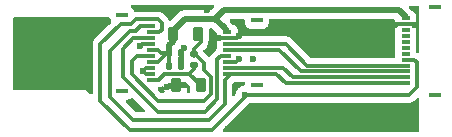
<source format=gbr>
%TF.GenerationSoftware,KiCad,Pcbnew,8.0.6*%
%TF.CreationDate,2024-11-15T14:11:30+01:00*%
%TF.ProjectId,PA3194G822_R05,50413331-3934-4473-9832-325f5230352e,3*%
%TF.SameCoordinates,Original*%
%TF.FileFunction,Copper,L1,Top*%
%TF.FilePolarity,Positive*%
%FSLAX46Y46*%
G04 Gerber Fmt 4.6, Leading zero omitted, Abs format (unit mm)*
G04 Created by KiCad (PCBNEW 8.0.6) date 2024-11-15 14:11:30*
%MOMM*%
%LPD*%
G01*
G04 APERTURE LIST*
G04 Aperture macros list*
%AMRoundRect*
0 Rectangle with rounded corners*
0 $1 Rounding radius*
0 $2 $3 $4 $5 $6 $7 $8 $9 X,Y pos of 4 corners*
0 Add a 4 corners polygon primitive as box body*
4,1,4,$2,$3,$4,$5,$6,$7,$8,$9,$2,$3,0*
0 Add four circle primitives for the rounded corners*
1,1,$1+$1,$2,$3*
1,1,$1+$1,$4,$5*
1,1,$1+$1,$6,$7*
1,1,$1+$1,$8,$9*
0 Add four rect primitives between the rounded corners*
20,1,$1+$1,$2,$3,$4,$5,0*
20,1,$1+$1,$4,$5,$6,$7,0*
20,1,$1+$1,$6,$7,$8,$9,0*
20,1,$1+$1,$8,$9,$2,$3,0*%
G04 Aperture macros list end*
%TA.AperFunction,SMDPad,CuDef*%
%ADD10RoundRect,0.140000X-0.140000X-0.170000X0.140000X-0.170000X0.140000X0.170000X-0.140000X0.170000X0*%
%TD*%
%TA.AperFunction,SMDPad,CuDef*%
%ADD11R,0.800000X0.300000*%
%TD*%
%TA.AperFunction,SMDPad,CuDef*%
%ADD12R,1.000000X0.400000*%
%TD*%
%TA.AperFunction,SMDPad,CuDef*%
%ADD13RoundRect,0.140000X0.170000X-0.140000X0.170000X0.140000X-0.170000X0.140000X-0.170000X-0.140000X0*%
%TD*%
%TA.AperFunction,SMDPad,CuDef*%
%ADD14RoundRect,0.218750X-0.218750X-0.381250X0.218750X-0.381250X0.218750X0.381250X-0.218750X0.381250X0*%
%TD*%
%TA.AperFunction,SMDPad,CuDef*%
%ADD15RoundRect,0.218750X0.218750X0.381250X-0.218750X0.381250X-0.218750X-0.381250X0.218750X-0.381250X0*%
%TD*%
%TA.AperFunction,ViaPad*%
%ADD16C,0.600000*%
%TD*%
%TA.AperFunction,Conductor*%
%ADD17C,0.300000*%
%TD*%
%TA.AperFunction,Conductor*%
%ADD18C,0.500000*%
%TD*%
G04 APERTURE END LIST*
D10*
%TO.P,C2,1*%
%TO.N,/VDD*%
X117785000Y-101100000D03*
%TO.P,C2,2*%
%TO.N,GND*%
X118745000Y-101100000D03*
%TD*%
D11*
%TO.P,J2,1,Pin_1*%
%TO.N,/SPI_CLK*%
X137775000Y-102570000D03*
%TO.P,J2,2,Pin_2*%
%TO.N,/SPI_SDO*%
X137775000Y-102070000D03*
%TO.P,J2,3,Pin_3*%
%TO.N,/SPI_TPAD_CS*%
X137775000Y-101570000D03*
%TO.P,J2,4,Pin_4*%
%TO.N,/TPAD_DR*%
X137775000Y-101070000D03*
%TO.P,J2,5,Pin_5*%
%TO.N,/SPI_SDI*%
X137775000Y-100570000D03*
%TO.P,J2,6,Pin_6*%
%TO.N,unconnected-(J2-Pin_6-Pad6)*%
X137775000Y-100070000D03*
%TO.P,J2,7,Pin_7*%
%TO.N,unconnected-(J2-Pin_7-Pad7)*%
X137775000Y-99570000D03*
%TO.P,J2,8,Pin_8*%
%TO.N,unconnected-(J2-Pin_8-Pad8)*%
X137775000Y-99070000D03*
%TO.P,J2,9,Pin_9*%
%TO.N,unconnected-(J2-Pin_9-Pad9)*%
X137775000Y-98570000D03*
%TO.P,J2,10,Pin_10*%
%TO.N,unconnected-(J2-Pin_10-Pad10)*%
X137775000Y-98070000D03*
%TO.P,J2,11,Pin_11*%
%TO.N,GND*%
X137775000Y-97570000D03*
%TO.P,J2,12,Pin_12*%
%TO.N,/VDD*%
X137775000Y-97070000D03*
D12*
%TO.P,J2,MP*%
%TO.N,N/C*%
X140275000Y-103570000D03*
X140275000Y-96070000D03*
%TD*%
D11*
%TO.P,J1,1,Pin_1*%
%TO.N,/SPI_CLK*%
X122675000Y-101750000D03*
%TO.P,J1,2,Pin_2*%
%TO.N,/SPI_SDO*%
X122675000Y-101250000D03*
%TO.P,J1,3,Pin_3*%
%TO.N,/SPI_SDI*%
X122675000Y-100750000D03*
%TO.P,J1,4,Pin_4*%
%TO.N,/SPI_LCD_CS*%
X122675000Y-100250000D03*
%TO.P,J1,5,Pin_5*%
%TO.N,/SPI_TPAD_CS*%
X122675000Y-99750000D03*
%TO.P,J1,6,Pin_6*%
%TO.N,/TPAD_DR*%
X122675000Y-99250000D03*
%TO.P,J1,7,Pin_7*%
%TO.N,GND*%
X122675000Y-98750000D03*
%TO.P,J1,8,Pin_8*%
%TO.N,/VDD*%
X122675000Y-98250000D03*
D12*
%TO.P,J1,MP*%
%TO.N,N/C*%
X125175000Y-102750000D03*
X125175000Y-97250000D03*
%TD*%
D13*
%TO.P,C1,1*%
%TO.N,/VSSA*%
X119840000Y-101055000D03*
%TO.P,C1,2*%
%TO.N,/VDDA*%
X119840000Y-100095000D03*
%TD*%
D14*
%TO.P,FB1,1*%
%TO.N,/VDD*%
X118077500Y-98375000D03*
%TO.P,FB1,2*%
%TO.N,/VDDA*%
X120202500Y-98375000D03*
%TD*%
D11*
%TO.P,J3,1,Pin_1*%
%TO.N,/SPI_CLK*%
X116265000Y-97750000D03*
%TO.P,J3,2,Pin_2*%
%TO.N,/SPI_SDI*%
X116265000Y-98250000D03*
%TO.P,J3,3,Pin_3*%
%TO.N,/SPI_LCD_CS*%
X116265000Y-98750000D03*
%TO.P,J3,4,Pin_4*%
%TO.N,GND*%
X116265000Y-99250000D03*
%TO.P,J3,5,Pin_5*%
%TO.N,/VDD*%
X116265000Y-99750000D03*
%TO.P,J3,6,Pin_6*%
%TO.N,/VDDA*%
X116265000Y-100250000D03*
%TO.P,J3,7,Pin_7*%
%TO.N,/VDD*%
X116265000Y-100750000D03*
%TO.P,J3,8,Pin_8*%
%TO.N,GND*%
X116265000Y-101250000D03*
%TO.P,J3,9,Pin_9*%
X116265000Y-101750000D03*
%TO.P,J3,10,Pin_10*%
%TO.N,/VSSA*%
X116265000Y-102250000D03*
D12*
%TO.P,J3,MP*%
%TO.N,N/C*%
X113765000Y-96750000D03*
X113765000Y-103250000D03*
%TD*%
D15*
%TO.P,FB2,1*%
%TO.N,/VSSA*%
X120427500Y-102750000D03*
%TO.P,FB2,2*%
%TO.N,GND*%
X118302500Y-102750000D03*
%TD*%
D10*
%TO.P,C3,1*%
%TO.N,/VDD*%
X117785000Y-100000000D03*
%TO.P,C3,2*%
%TO.N,GND*%
X118745000Y-100000000D03*
%TD*%
D16*
%TO.N,GND*%
X109020000Y-100390000D03*
X108480000Y-102830000D03*
X111090000Y-102880000D03*
X105820000Y-100460000D03*
X112570000Y-97350000D03*
X109110000Y-97330000D03*
X105640000Y-97400000D03*
X105620000Y-102830000D03*
X124840000Y-100490000D03*
X136900000Y-97600000D03*
X122710000Y-106420000D03*
X119015000Y-99580000D03*
X115290000Y-99420000D03*
X123320000Y-102940000D03*
X115040000Y-96280000D03*
X132950000Y-100040000D03*
X121980000Y-98740000D03*
X120930000Y-96330000D03*
X138630000Y-106340000D03*
X114500000Y-104120000D03*
X130110000Y-97490000D03*
X117580000Y-102890000D03*
X127000000Y-105000000D03*
X115560000Y-101490000D03*
X123660000Y-98560000D03*
X131650000Y-106480000D03*
X138600000Y-97600000D03*
%TO.N,/SPI_SDI*%
X123680000Y-100520000D03*
X124170000Y-103560000D03*
%TD*%
D17*
%TO.N,/VDDA*%
X120700000Y-101430000D02*
X120700000Y-100880000D01*
X120427500Y-99067500D02*
X120427500Y-98530000D01*
X119840000Y-100225000D02*
X119840000Y-99655000D01*
X116265000Y-100250000D02*
X115020000Y-100250000D01*
X121315000Y-103455000D02*
X121315000Y-102045000D01*
X116835000Y-104055000D02*
X120715000Y-104055000D01*
X119915000Y-100095000D02*
X119840000Y-100095000D01*
X119840000Y-99655000D02*
X120427500Y-99067500D01*
X121315000Y-102045000D02*
X120700000Y-101430000D01*
X120715000Y-104055000D02*
X121315000Y-103455000D01*
X114600000Y-101820000D02*
X116835000Y-104055000D01*
X120700000Y-100880000D02*
X119915000Y-100095000D01*
X115020000Y-100250000D02*
X114600000Y-100670000D01*
X114600000Y-100670000D02*
X114600000Y-101820000D01*
%TO.N,/VSSA*%
X119840000Y-101367500D02*
X119483750Y-101723750D01*
X119407500Y-101800000D02*
X119483750Y-101723750D01*
X116265000Y-102250000D02*
X116910000Y-102250000D01*
X117360000Y-101800000D02*
X119407500Y-101800000D01*
X116910000Y-102250000D02*
X117360000Y-101800000D01*
X119407500Y-101800000D02*
X119477500Y-101800000D01*
X119477500Y-101800000D02*
X120427500Y-102750000D01*
X119840000Y-101185000D02*
X119840000Y-101367500D01*
%TO.N,GND*%
X117595000Y-102905000D02*
X117580000Y-102890000D01*
X118745000Y-99850000D02*
X119015000Y-99580000D01*
X122675000Y-98750000D02*
X121990000Y-98750000D01*
X116265000Y-101750000D02*
X115820000Y-101750000D01*
X116265000Y-99250000D02*
X115460000Y-99250000D01*
X116265000Y-101250000D02*
X115800000Y-101250000D01*
X118745000Y-99960000D02*
X118745000Y-100180000D01*
X138570000Y-97570000D02*
X138600000Y-97600000D01*
X118077500Y-103067500D02*
X118077500Y-102905000D01*
X118745000Y-99960000D02*
X118745000Y-99850000D01*
X115800000Y-101250000D02*
X115560000Y-101490000D01*
X115820000Y-101750000D02*
X115560000Y-101490000D01*
X117690000Y-102905000D02*
X117595000Y-102905000D01*
X121990000Y-98750000D02*
X121980000Y-98740000D01*
X118302500Y-102750000D02*
X117720000Y-102750000D01*
X117690000Y-102905000D02*
X118077500Y-102905000D01*
X117720000Y-102750000D02*
X117580000Y-102890000D01*
X136930000Y-97570000D02*
X136900000Y-97600000D01*
X118745000Y-100000000D02*
X118745000Y-101100000D01*
X115460000Y-99250000D02*
X115290000Y-99420000D01*
X137775000Y-97570000D02*
X136930000Y-97570000D01*
X137775000Y-97570000D02*
X138570000Y-97570000D01*
X123470000Y-98750000D02*
X123660000Y-98560000D01*
X122675000Y-98750000D02*
X123470000Y-98750000D01*
%TO.N,/VDD*%
X116820000Y-100750000D02*
X117570000Y-100000000D01*
D18*
X118077500Y-98375000D02*
X118077500Y-98142500D01*
X121655000Y-97130000D02*
X122370000Y-97845000D01*
X121655000Y-97130000D02*
X122405000Y-96380000D01*
X119090000Y-97130000D02*
X121655000Y-97130000D01*
X117785000Y-100000000D02*
X117785000Y-99355000D01*
X122405000Y-96380000D02*
X137185000Y-96380000D01*
X137185000Y-96380000D02*
X137775000Y-96970000D01*
D17*
X116265000Y-100750000D02*
X116820000Y-100750000D01*
D18*
X118077500Y-99062500D02*
X118077500Y-98375000D01*
D17*
X116265000Y-99750000D02*
X116820000Y-99750000D01*
D18*
X117785000Y-99355000D02*
X118077500Y-99062500D01*
D17*
X117570000Y-100000000D02*
X117785000Y-100000000D01*
X116820000Y-99750000D02*
X117070000Y-100000000D01*
X117785000Y-101280000D02*
X117785000Y-100180000D01*
X117070000Y-100000000D02*
X117570000Y-100000000D01*
D18*
X122370000Y-97845000D02*
X122675000Y-98150000D01*
X118077500Y-98142500D02*
X119090000Y-97130000D01*
D17*
%TO.N,/SPI_TPAD_CS*%
X127100000Y-99750000D02*
X128920000Y-101570000D01*
X128920000Y-101570000D02*
X137775000Y-101570000D01*
X122675000Y-99750000D02*
X127100000Y-99750000D01*
%TO.N,/SPI_SDI*%
X137775000Y-100570000D02*
X138510000Y-100570000D01*
X114570000Y-97510000D02*
X113650000Y-97510000D01*
X114420000Y-106530000D02*
X121350000Y-106530000D01*
X138510000Y-100570000D02*
X138730000Y-100790000D01*
X124320000Y-103560000D02*
X138050000Y-103560000D01*
X122675000Y-100750000D02*
X123450000Y-100750000D01*
X114920000Y-97160000D02*
X114570000Y-97510000D01*
X117120000Y-97460000D02*
X116820000Y-97160000D01*
X116900000Y-98250000D02*
X117120000Y-98030000D01*
X138730000Y-102880000D02*
X138050000Y-103560000D01*
X117120000Y-98030000D02*
X117120000Y-97460000D01*
X121350000Y-106530000D02*
X124000000Y-103880000D01*
X124000000Y-103880000D02*
X124170000Y-103710000D01*
X113650000Y-97510000D02*
X111940000Y-99220000D01*
X116265000Y-98250000D02*
X116900000Y-98250000D01*
X138730000Y-100790000D02*
X138730000Y-102880000D01*
X111940000Y-104050000D02*
X114420000Y-106530000D01*
X116820000Y-97160000D02*
X114920000Y-97160000D01*
X111940000Y-99220000D02*
X111940000Y-104050000D01*
X124170000Y-103710000D02*
X124170000Y-103560000D01*
X124000000Y-103880000D02*
X124320000Y-103560000D01*
X123450000Y-100750000D02*
X123680000Y-100520000D01*
%TO.N,/SPI_CLK*%
X123010000Y-101770000D02*
X126840000Y-101770000D01*
X121110000Y-105690000D02*
X122460000Y-104340000D01*
X122460000Y-104340000D02*
X122460000Y-102320000D01*
X116265000Y-97750000D02*
X115330000Y-97750000D01*
X112740000Y-103720000D02*
X114710000Y-105690000D01*
X115330000Y-97750000D02*
X114980000Y-98100000D01*
X127640000Y-102570000D02*
X137775000Y-102570000D01*
X114710000Y-105690000D02*
X121110000Y-105690000D01*
X114980000Y-98100000D02*
X114440000Y-98100000D01*
X114440000Y-98100000D02*
X112740000Y-99800000D01*
X112740000Y-99800000D02*
X112740000Y-103720000D01*
X122460000Y-102320000D02*
X123010000Y-101770000D01*
X126840000Y-101770000D02*
X127640000Y-102570000D01*
%TO.N,/TPAD_DR*%
X122675000Y-99250000D02*
X127650000Y-99250000D01*
X127650000Y-99250000D02*
X129470000Y-101070000D01*
X129470000Y-101070000D02*
X137775000Y-101070000D01*
%TO.N,/SPI_LCD_CS*%
X116775000Y-104965000D02*
X120770000Y-104965000D01*
X116265000Y-98750000D02*
X114740000Y-98750000D01*
X121820000Y-103915000D02*
X121820000Y-100550000D01*
X114740000Y-98750000D02*
X113820000Y-99670000D01*
X113820000Y-102010000D02*
X116775000Y-104965000D01*
X122120000Y-100250000D02*
X122675000Y-100250000D01*
X121820000Y-100550000D02*
X122120000Y-100250000D01*
X113820000Y-99670000D02*
X113820000Y-102010000D01*
X120770000Y-104965000D02*
X121820000Y-103915000D01*
%TO.N,/SPI_SDO*%
X128260000Y-102070000D02*
X137775000Y-102070000D01*
X122675000Y-101250000D02*
X127440000Y-101250000D01*
X127440000Y-101250000D02*
X128260000Y-102070000D01*
%TD*%
%TA.AperFunction,Conductor*%
%TO.N,GND*%
G36*
X138857333Y-103775125D02*
G01*
X138913267Y-103816996D01*
X138937684Y-103882460D01*
X138938000Y-103891307D01*
X138938000Y-106556070D01*
X138918315Y-106623109D01*
X138865511Y-106668864D01*
X138814070Y-106680070D01*
X122409982Y-106689394D01*
X122342932Y-106669748D01*
X122297147Y-106616970D01*
X122287164Y-106547817D01*
X122316153Y-106484245D01*
X122322204Y-106477741D01*
X124495209Y-104304737D01*
X124516919Y-104287424D01*
X124519520Y-104285789D01*
X124519522Y-104285789D01*
X124562260Y-104258934D01*
X124609097Y-104229506D01*
X124675068Y-104210500D01*
X138114071Y-104210500D01*
X138198615Y-104193682D01*
X138239744Y-104185501D01*
X138358127Y-104136465D01*
X138360815Y-104134669D01*
X138464669Y-104065277D01*
X138726321Y-103803624D01*
X138787641Y-103770141D01*
X138857333Y-103775125D01*
G37*
%TD.AperFunction*%
%TA.AperFunction,Conductor*%
G36*
X114713190Y-103830239D02*
G01*
X114741445Y-103851391D01*
X115717873Y-104827819D01*
X115751358Y-104889142D01*
X115746374Y-104958834D01*
X115704502Y-105014767D01*
X115639038Y-105039184D01*
X115630192Y-105039500D01*
X115030808Y-105039500D01*
X114963769Y-105019815D01*
X114943127Y-105003181D01*
X114102126Y-104162180D01*
X114068641Y-104100857D01*
X114073625Y-104031165D01*
X114115497Y-103975232D01*
X114180961Y-103950815D01*
X114189807Y-103950499D01*
X114312871Y-103950499D01*
X114312872Y-103950499D01*
X114372483Y-103944091D01*
X114507331Y-103893796D01*
X114566431Y-103849554D01*
X114579453Y-103839806D01*
X114644917Y-103815388D01*
X114713190Y-103830239D01*
G37*
%TD.AperFunction*%
%TA.AperFunction,Conductor*%
G36*
X124117539Y-102440185D02*
G01*
X124163294Y-102492989D01*
X124174500Y-102544500D01*
X124174500Y-102643114D01*
X124154815Y-102710153D01*
X124102011Y-102755908D01*
X124064384Y-102766334D01*
X123990749Y-102774630D01*
X123990745Y-102774631D01*
X123820476Y-102834211D01*
X123667737Y-102930184D01*
X123540184Y-103057737D01*
X123444211Y-103210476D01*
X123384631Y-103380745D01*
X123384630Y-103380749D01*
X123364769Y-103557025D01*
X123337702Y-103621439D01*
X123329236Y-103630816D01*
X123322187Y-103637866D01*
X123260867Y-103671355D01*
X123191175Y-103666376D01*
X123135238Y-103624508D01*
X123110817Y-103559046D01*
X123110500Y-103550191D01*
X123110500Y-102640808D01*
X123130185Y-102573769D01*
X123146819Y-102553127D01*
X123243127Y-102456819D01*
X123304450Y-102423334D01*
X123330808Y-102420500D01*
X124050500Y-102420500D01*
X124117539Y-102440185D01*
G37*
%TD.AperFunction*%
%TA.AperFunction,Conductor*%
G36*
X112743138Y-97011118D02*
G01*
X112769235Y-97052995D01*
X112821202Y-97192328D01*
X112821204Y-97192331D01*
X112828450Y-97202011D01*
X112853788Y-97235857D01*
X112878206Y-97301321D01*
X112863355Y-97369594D01*
X112842203Y-97397850D01*
X111434727Y-98805325D01*
X111434724Y-98805328D01*
X111371137Y-98900493D01*
X111371138Y-98900494D01*
X111363533Y-98911875D01*
X111314499Y-99030255D01*
X111314497Y-99030261D01*
X111289500Y-99155928D01*
X111289500Y-103388662D01*
X111269815Y-103455701D01*
X111217011Y-103501456D01*
X111147853Y-103511400D01*
X111084297Y-103482375D01*
X111078017Y-103476541D01*
X110750000Y-103150000D01*
X110749997Y-103149999D01*
X104624131Y-103131794D01*
X104557151Y-103111911D01*
X104511553Y-103058971D01*
X104500500Y-103007795D01*
X104500500Y-97122592D01*
X104520185Y-97055553D01*
X104572989Y-97009798D01*
X104624205Y-96998593D01*
X112610000Y-96980000D01*
X112610003Y-96979996D01*
X112612966Y-96978986D01*
X112682770Y-96975941D01*
X112743138Y-97011118D01*
G37*
%TD.AperFunction*%
%TA.AperFunction,Conductor*%
G36*
X117325496Y-102860452D02*
G01*
X117361148Y-102920541D01*
X117365000Y-102951206D01*
X117365000Y-103179134D01*
X117365001Y-103179151D01*
X117374068Y-103267898D01*
X117361298Y-103336591D01*
X117313418Y-103387475D01*
X117250710Y-103404500D01*
X117155808Y-103404500D01*
X117088769Y-103384815D01*
X117068127Y-103368181D01*
X116812127Y-103112181D01*
X116778642Y-103050858D01*
X116783626Y-102981166D01*
X116825498Y-102925233D01*
X116890962Y-102900816D01*
X116899808Y-102900500D01*
X116974071Y-102900500D01*
X117097235Y-102876000D01*
X117099744Y-102875501D01*
X117193548Y-102836645D01*
X117263016Y-102829177D01*
X117325496Y-102860452D01*
G37*
%TD.AperFunction*%
%TA.AperFunction,Conductor*%
G36*
X119273231Y-102519685D02*
G01*
X119293873Y-102536319D01*
X119453181Y-102695627D01*
X119486666Y-102756950D01*
X119489500Y-102783308D01*
X119489500Y-103179183D01*
X119498564Y-103267898D01*
X119485795Y-103336590D01*
X119437914Y-103387475D01*
X119375206Y-103404500D01*
X119354291Y-103404500D01*
X119287252Y-103384815D01*
X119241497Y-103332011D01*
X119230933Y-103267898D01*
X119239999Y-103179152D01*
X119240000Y-103179137D01*
X119240000Y-103000000D01*
X118176500Y-103000000D01*
X118109461Y-102980315D01*
X118063706Y-102927511D01*
X118052500Y-102876000D01*
X118052500Y-102624000D01*
X118072185Y-102556961D01*
X118124989Y-102511206D01*
X118176500Y-102500000D01*
X119206192Y-102500000D01*
X119273231Y-102519685D01*
G37*
%TD.AperFunction*%
%TA.AperFunction,Conductor*%
G36*
X118938039Y-99769685D02*
G01*
X118983794Y-99822489D01*
X118995000Y-99874000D01*
X118995000Y-101025500D01*
X118975315Y-101092539D01*
X118922511Y-101138294D01*
X118871000Y-101149500D01*
X118689500Y-101149500D01*
X118622461Y-101129815D01*
X118576706Y-101077011D01*
X118565500Y-101025500D01*
X118565500Y-100865317D01*
X118565499Y-100865302D01*
X118564319Y-100850310D01*
X118562643Y-100829007D01*
X118532696Y-100725931D01*
X118517495Y-100673608D01*
X118517492Y-100673600D01*
X118512266Y-100664763D01*
X118495000Y-100601645D01*
X118495000Y-100498352D01*
X118512267Y-100435233D01*
X118517494Y-100426395D01*
X118525018Y-100400500D01*
X118562642Y-100270997D01*
X118562643Y-100270991D01*
X118562888Y-100267878D01*
X118565500Y-100234690D01*
X118565500Y-99874000D01*
X118585185Y-99806961D01*
X118637989Y-99761206D01*
X118689500Y-99750000D01*
X118871000Y-99750000D01*
X118938039Y-99769685D01*
G37*
%TD.AperFunction*%
%TA.AperFunction,Conductor*%
G36*
X124117539Y-97150185D02*
G01*
X124163294Y-97202989D01*
X124174500Y-97254499D01*
X124174500Y-97497869D01*
X124174501Y-97497876D01*
X124180908Y-97557483D01*
X124231202Y-97692328D01*
X124231206Y-97692335D01*
X124317452Y-97807544D01*
X124317455Y-97807547D01*
X124432664Y-97893793D01*
X124432671Y-97893797D01*
X124567517Y-97944091D01*
X124567516Y-97944091D01*
X124574444Y-97944835D01*
X124627127Y-97950500D01*
X125722872Y-97950499D01*
X125782483Y-97944091D01*
X125917331Y-97893796D01*
X126032546Y-97807546D01*
X126118796Y-97692331D01*
X126169091Y-97557483D01*
X126175500Y-97497873D01*
X126175499Y-97254499D01*
X126195183Y-97187461D01*
X126247987Y-97141706D01*
X126299499Y-97130500D01*
X136750501Y-97130500D01*
X136817540Y-97150185D01*
X136863295Y-97202989D01*
X136874501Y-97254500D01*
X136874501Y-97267881D01*
X136878931Y-97309093D01*
X136878931Y-97335596D01*
X136875000Y-97372165D01*
X136875000Y-97420000D01*
X136890611Y-97435611D01*
X136904484Y-97439685D01*
X136936713Y-97469690D01*
X136956176Y-97495690D01*
X136980592Y-97561155D01*
X136965740Y-97629428D01*
X136956176Y-97644310D01*
X136936713Y-97670310D01*
X136888890Y-97706109D01*
X136875000Y-97720000D01*
X136875000Y-97767832D01*
X136878931Y-97804399D01*
X136878931Y-97830905D01*
X136874500Y-97872122D01*
X136874500Y-98267869D01*
X136874501Y-98267878D01*
X136878679Y-98306745D01*
X136878679Y-98333250D01*
X136874500Y-98372122D01*
X136874500Y-98767869D01*
X136874501Y-98767878D01*
X136878679Y-98806745D01*
X136878679Y-98833250D01*
X136874500Y-98872122D01*
X136874500Y-99267869D01*
X136874501Y-99267878D01*
X136878679Y-99306745D01*
X136878679Y-99333250D01*
X136874500Y-99372122D01*
X136874500Y-99767869D01*
X136874501Y-99767878D01*
X136878679Y-99806745D01*
X136878679Y-99833250D01*
X136874500Y-99872122D01*
X136874500Y-100267869D01*
X136874501Y-100267878D01*
X136876046Y-100282248D01*
X136863638Y-100351007D01*
X136816027Y-100402143D01*
X136752756Y-100419500D01*
X129790808Y-100419500D01*
X129723769Y-100399815D01*
X129703127Y-100383181D01*
X128064674Y-98744727D01*
X128064673Y-98744726D01*
X127961352Y-98675690D01*
X127958127Y-98673535D01*
X127839744Y-98624499D01*
X127839738Y-98624497D01*
X127714071Y-98599500D01*
X127714069Y-98599500D01*
X123697244Y-98599500D01*
X123630205Y-98579815D01*
X123584450Y-98527011D01*
X123573954Y-98462247D01*
X123575500Y-98447873D01*
X123575499Y-98052128D01*
X123569091Y-97992517D01*
X123553419Y-97950499D01*
X123518797Y-97857671D01*
X123518793Y-97857664D01*
X123432547Y-97742455D01*
X123432544Y-97742452D01*
X123317335Y-97656206D01*
X123317328Y-97656202D01*
X123223374Y-97621160D01*
X123179026Y-97592659D01*
X122928549Y-97342181D01*
X122895064Y-97280858D01*
X122900048Y-97211166D01*
X122941920Y-97155233D01*
X123007384Y-97130816D01*
X123016230Y-97130500D01*
X124050500Y-97130500D01*
X124117539Y-97150185D01*
G37*
%TD.AperFunction*%
%TA.AperFunction,Conductor*%
G36*
X121359809Y-97900185D02*
G01*
X121380451Y-97916819D01*
X121738181Y-98274549D01*
X121771666Y-98335872D01*
X121774500Y-98362229D01*
X121774500Y-98447867D01*
X121774501Y-98447881D01*
X121778931Y-98489093D01*
X121778931Y-98515596D01*
X121775000Y-98552165D01*
X121775000Y-98600000D01*
X121790611Y-98615611D01*
X121804484Y-98619685D01*
X121836713Y-98649690D01*
X121856176Y-98675690D01*
X121880592Y-98741155D01*
X121865740Y-98809428D01*
X121856176Y-98824310D01*
X121836713Y-98850310D01*
X121788890Y-98886109D01*
X121775000Y-98900000D01*
X121775000Y-98947832D01*
X121778931Y-98984399D01*
X121778931Y-99010905D01*
X121774500Y-99052122D01*
X121774500Y-99447869D01*
X121774501Y-99447878D01*
X121778679Y-99486745D01*
X121778679Y-99513251D01*
X121774500Y-99552123D01*
X121774500Y-99632226D01*
X121754815Y-99699265D01*
X121719391Y-99735328D01*
X121705331Y-99744722D01*
X121705327Y-99744725D01*
X121314726Y-100135326D01*
X121243534Y-100241874D01*
X121237895Y-100255487D01*
X121194051Y-100309888D01*
X121127755Y-100331949D01*
X121060057Y-100314666D01*
X121035655Y-100295709D01*
X120684577Y-99944631D01*
X120651092Y-99883308D01*
X120648640Y-99866676D01*
X120647643Y-99854004D01*
X120646505Y-99847774D01*
X120648615Y-99847388D01*
X120648776Y-99787395D01*
X120679974Y-99734970D01*
X120932776Y-99482170D01*
X121003965Y-99375627D01*
X121053001Y-99257244D01*
X121067186Y-99185931D01*
X121078000Y-99131569D01*
X121078000Y-99080934D01*
X121084294Y-99041930D01*
X121088161Y-99030261D01*
X121130436Y-98902685D01*
X121140500Y-98804174D01*
X121140500Y-98004500D01*
X121160185Y-97937461D01*
X121212989Y-97891706D01*
X121264500Y-97880500D01*
X121292770Y-97880500D01*
X121359809Y-97900185D01*
G37*
%TD.AperFunction*%
%TA.AperFunction,Conductor*%
G36*
X138814510Y-96011494D02*
G01*
X138881466Y-96031453D01*
X138927004Y-96084443D01*
X138938000Y-96135493D01*
X138938000Y-99857608D01*
X138918315Y-99924647D01*
X138865511Y-99970402D01*
X138796353Y-99980346D01*
X138766550Y-99972170D01*
X138750487Y-99965517D01*
X138696083Y-99921678D01*
X138674647Y-99864211D01*
X138671319Y-99833245D01*
X138671320Y-99806745D01*
X138675500Y-99767873D01*
X138675499Y-99372128D01*
X138675499Y-99372127D01*
X138675498Y-99372111D01*
X138671320Y-99333253D01*
X138671320Y-99306745D01*
X138675500Y-99267873D01*
X138675499Y-98872128D01*
X138675499Y-98872127D01*
X138675498Y-98872111D01*
X138671320Y-98833253D01*
X138671320Y-98806745D01*
X138675500Y-98767873D01*
X138675499Y-98372128D01*
X138675499Y-98372127D01*
X138675498Y-98372111D01*
X138671320Y-98333253D01*
X138671320Y-98306745D01*
X138675500Y-98267873D01*
X138675499Y-97872128D01*
X138671067Y-97830898D01*
X138671068Y-97804393D01*
X138674999Y-97767833D01*
X138675000Y-97767819D01*
X138675000Y-97720000D01*
X138659388Y-97704388D01*
X138645516Y-97700315D01*
X138613291Y-97670314D01*
X138593826Y-97644314D01*
X138569406Y-97578851D01*
X138584255Y-97510578D01*
X138593826Y-97495686D01*
X138613291Y-97469686D01*
X138661105Y-97433894D01*
X138675000Y-97420000D01*
X138675000Y-97372182D01*
X138674999Y-97372164D01*
X138671068Y-97335602D01*
X138671068Y-97309093D01*
X138675500Y-97267873D01*
X138675499Y-96872128D01*
X138669091Y-96812517D01*
X138618796Y-96677669D01*
X138618795Y-96677668D01*
X138618793Y-96677664D01*
X138532547Y-96562455D01*
X138532544Y-96562452D01*
X138417334Y-96476205D01*
X138417331Y-96476203D01*
X138323374Y-96441159D01*
X138279027Y-96412659D01*
X138086927Y-96220559D01*
X138053442Y-96159236D01*
X138058426Y-96089544D01*
X138100298Y-96033611D01*
X138165762Y-96009194D01*
X138175096Y-96008879D01*
X138814510Y-96011494D01*
G37*
%TD.AperFunction*%
%TA.AperFunction,Conductor*%
G36*
X121484171Y-95940611D02*
G01*
X121551126Y-95960569D01*
X121596664Y-96013559D01*
X121606325Y-96082758D01*
X121577040Y-96146194D01*
X121571341Y-96152290D01*
X121380451Y-96343181D01*
X121319128Y-96376666D01*
X121292770Y-96379500D01*
X119016080Y-96379500D01*
X118871092Y-96408340D01*
X118871082Y-96408343D01*
X118734511Y-96464912D01*
X118734498Y-96464919D01*
X118611584Y-96547048D01*
X118611580Y-96547051D01*
X117920451Y-97238181D01*
X117859128Y-97271666D01*
X117832770Y-97274500D01*
X117830113Y-97274500D01*
X117763074Y-97254815D01*
X117717319Y-97202011D01*
X117715552Y-97197952D01*
X117696468Y-97151879D01*
X117696463Y-97151870D01*
X117695337Y-97150185D01*
X117682184Y-97130500D01*
X117625277Y-97045331D01*
X117625275Y-97045329D01*
X117625273Y-97045326D01*
X117234673Y-96654726D01*
X117234669Y-96654723D01*
X117128127Y-96583535D01*
X117077228Y-96562452D01*
X117009744Y-96534499D01*
X117009738Y-96534497D01*
X116884071Y-96509500D01*
X116884069Y-96509500D01*
X114870169Y-96509500D01*
X114803130Y-96489815D01*
X114757375Y-96437011D01*
X114753987Y-96428833D01*
X114746344Y-96408342D01*
X114708796Y-96307669D01*
X114708795Y-96307668D01*
X114708793Y-96307664D01*
X114622547Y-96192455D01*
X114546876Y-96135807D01*
X114505006Y-96079873D01*
X114500022Y-96010181D01*
X114533508Y-95948859D01*
X114594831Y-95915374D01*
X114621687Y-95912542D01*
X121484171Y-95940611D01*
G37*
%TD.AperFunction*%
%TD*%
M02*

</source>
